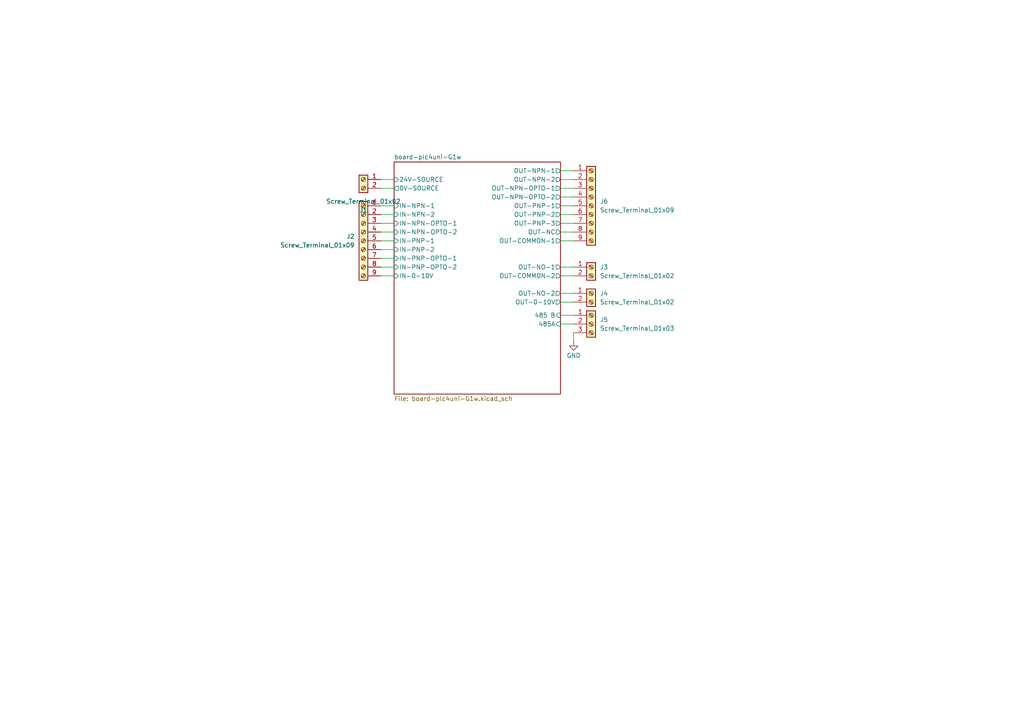
<source format=kicad_sch>
(kicad_sch
	(version 20250114)
	(generator "eeschema")
	(generator_version "9.0")
	(uuid "65c875c0-73bd-43df-b6cd-4a685398cace")
	(paper "A4")
	(lib_symbols
		(symbol "Connector:Screw_Terminal_01x02"
			(pin_names
				(offset 1.016)
				(hide yes)
			)
			(exclude_from_sim no)
			(in_bom yes)
			(on_board yes)
			(property "Reference" "J"
				(at 0 2.54 0)
				(effects
					(font
						(size 1.27 1.27)
					)
				)
			)
			(property "Value" "Screw_Terminal_01x02"
				(at 0 -5.08 0)
				(effects
					(font
						(size 1.27 1.27)
					)
				)
			)
			(property "Footprint" ""
				(at 0 0 0)
				(effects
					(font
						(size 1.27 1.27)
					)
					(hide yes)
				)
			)
			(property "Datasheet" "~"
				(at 0 0 0)
				(effects
					(font
						(size 1.27 1.27)
					)
					(hide yes)
				)
			)
			(property "Description" "Generic screw terminal, single row, 01x02, script generated (kicad-library-utils/schlib/autogen/connector/)"
				(at 0 0 0)
				(effects
					(font
						(size 1.27 1.27)
					)
					(hide yes)
				)
			)
			(property "ki_keywords" "screw terminal"
				(at 0 0 0)
				(effects
					(font
						(size 1.27 1.27)
					)
					(hide yes)
				)
			)
			(property "ki_fp_filters" "TerminalBlock*:*"
				(at 0 0 0)
				(effects
					(font
						(size 1.27 1.27)
					)
					(hide yes)
				)
			)
			(symbol "Screw_Terminal_01x02_1_1"
				(rectangle
					(start -1.27 1.27)
					(end 1.27 -3.81)
					(stroke
						(width 0.254)
						(type default)
					)
					(fill
						(type background)
					)
				)
				(polyline
					(pts
						(xy -0.5334 0.3302) (xy 0.3302 -0.508)
					)
					(stroke
						(width 0.1524)
						(type default)
					)
					(fill
						(type none)
					)
				)
				(polyline
					(pts
						(xy -0.5334 -2.2098) (xy 0.3302 -3.048)
					)
					(stroke
						(width 0.1524)
						(type default)
					)
					(fill
						(type none)
					)
				)
				(polyline
					(pts
						(xy -0.3556 0.508) (xy 0.508 -0.3302)
					)
					(stroke
						(width 0.1524)
						(type default)
					)
					(fill
						(type none)
					)
				)
				(polyline
					(pts
						(xy -0.3556 -2.032) (xy 0.508 -2.8702)
					)
					(stroke
						(width 0.1524)
						(type default)
					)
					(fill
						(type none)
					)
				)
				(circle
					(center 0 0)
					(radius 0.635)
					(stroke
						(width 0.1524)
						(type default)
					)
					(fill
						(type none)
					)
				)
				(circle
					(center 0 -2.54)
					(radius 0.635)
					(stroke
						(width 0.1524)
						(type default)
					)
					(fill
						(type none)
					)
				)
				(pin passive line
					(at -5.08 0 0)
					(length 3.81)
					(name "Pin_1"
						(effects
							(font
								(size 1.27 1.27)
							)
						)
					)
					(number "1"
						(effects
							(font
								(size 1.27 1.27)
							)
						)
					)
				)
				(pin passive line
					(at -5.08 -2.54 0)
					(length 3.81)
					(name "Pin_2"
						(effects
							(font
								(size 1.27 1.27)
							)
						)
					)
					(number "2"
						(effects
							(font
								(size 1.27 1.27)
							)
						)
					)
				)
			)
			(embedded_fonts no)
		)
		(symbol "Connector:Screw_Terminal_01x03"
			(pin_names
				(offset 1.016)
				(hide yes)
			)
			(exclude_from_sim no)
			(in_bom yes)
			(on_board yes)
			(property "Reference" "J"
				(at 0 5.08 0)
				(effects
					(font
						(size 1.27 1.27)
					)
				)
			)
			(property "Value" "Screw_Terminal_01x03"
				(at 0 -5.08 0)
				(effects
					(font
						(size 1.27 1.27)
					)
				)
			)
			(property "Footprint" ""
				(at 0 0 0)
				(effects
					(font
						(size 1.27 1.27)
					)
					(hide yes)
				)
			)
			(property "Datasheet" "~"
				(at 0 0 0)
				(effects
					(font
						(size 1.27 1.27)
					)
					(hide yes)
				)
			)
			(property "Description" "Generic screw terminal, single row, 01x03, script generated (kicad-library-utils/schlib/autogen/connector/)"
				(at 0 0 0)
				(effects
					(font
						(size 1.27 1.27)
					)
					(hide yes)
				)
			)
			(property "ki_keywords" "screw terminal"
				(at 0 0 0)
				(effects
					(font
						(size 1.27 1.27)
					)
					(hide yes)
				)
			)
			(property "ki_fp_filters" "TerminalBlock*:*"
				(at 0 0 0)
				(effects
					(font
						(size 1.27 1.27)
					)
					(hide yes)
				)
			)
			(symbol "Screw_Terminal_01x03_1_1"
				(rectangle
					(start -1.27 3.81)
					(end 1.27 -3.81)
					(stroke
						(width 0.254)
						(type default)
					)
					(fill
						(type background)
					)
				)
				(polyline
					(pts
						(xy -0.5334 2.8702) (xy 0.3302 2.032)
					)
					(stroke
						(width 0.1524)
						(type default)
					)
					(fill
						(type none)
					)
				)
				(polyline
					(pts
						(xy -0.5334 0.3302) (xy 0.3302 -0.508)
					)
					(stroke
						(width 0.1524)
						(type default)
					)
					(fill
						(type none)
					)
				)
				(polyline
					(pts
						(xy -0.5334 -2.2098) (xy 0.3302 -3.048)
					)
					(stroke
						(width 0.1524)
						(type default)
					)
					(fill
						(type none)
					)
				)
				(polyline
					(pts
						(xy -0.3556 3.048) (xy 0.508 2.2098)
					)
					(stroke
						(width 0.1524)
						(type default)
					)
					(fill
						(type none)
					)
				)
				(polyline
					(pts
						(xy -0.3556 0.508) (xy 0.508 -0.3302)
					)
					(stroke
						(width 0.1524)
						(type default)
					)
					(fill
						(type none)
					)
				)
				(polyline
					(pts
						(xy -0.3556 -2.032) (xy 0.508 -2.8702)
					)
					(stroke
						(width 0.1524)
						(type default)
					)
					(fill
						(type none)
					)
				)
				(circle
					(center 0 2.54)
					(radius 0.635)
					(stroke
						(width 0.1524)
						(type default)
					)
					(fill
						(type none)
					)
				)
				(circle
					(center 0 0)
					(radius 0.635)
					(stroke
						(width 0.1524)
						(type default)
					)
					(fill
						(type none)
					)
				)
				(circle
					(center 0 -2.54)
					(radius 0.635)
					(stroke
						(width 0.1524)
						(type default)
					)
					(fill
						(type none)
					)
				)
				(pin passive line
					(at -5.08 2.54 0)
					(length 3.81)
					(name "Pin_1"
						(effects
							(font
								(size 1.27 1.27)
							)
						)
					)
					(number "1"
						(effects
							(font
								(size 1.27 1.27)
							)
						)
					)
				)
				(pin passive line
					(at -5.08 0 0)
					(length 3.81)
					(name "Pin_2"
						(effects
							(font
								(size 1.27 1.27)
							)
						)
					)
					(number "2"
						(effects
							(font
								(size 1.27 1.27)
							)
						)
					)
				)
				(pin passive line
					(at -5.08 -2.54 0)
					(length 3.81)
					(name "Pin_3"
						(effects
							(font
								(size 1.27 1.27)
							)
						)
					)
					(number "3"
						(effects
							(font
								(size 1.27 1.27)
							)
						)
					)
				)
			)
			(embedded_fonts no)
		)
		(symbol "Connector:Screw_Terminal_01x09"
			(pin_names
				(offset 1.016)
				(hide yes)
			)
			(exclude_from_sim no)
			(in_bom yes)
			(on_board yes)
			(property "Reference" "J"
				(at 0 12.7 0)
				(effects
					(font
						(size 1.27 1.27)
					)
				)
			)
			(property "Value" "Screw_Terminal_01x09"
				(at 0 -12.7 0)
				(effects
					(font
						(size 1.27 1.27)
					)
				)
			)
			(property "Footprint" ""
				(at 0 0 0)
				(effects
					(font
						(size 1.27 1.27)
					)
					(hide yes)
				)
			)
			(property "Datasheet" "~"
				(at 0 0 0)
				(effects
					(font
						(size 1.27 1.27)
					)
					(hide yes)
				)
			)
			(property "Description" "Generic screw terminal, single row, 01x09, script generated (kicad-library-utils/schlib/autogen/connector/)"
				(at 0 0 0)
				(effects
					(font
						(size 1.27 1.27)
					)
					(hide yes)
				)
			)
			(property "ki_keywords" "screw terminal"
				(at 0 0 0)
				(effects
					(font
						(size 1.27 1.27)
					)
					(hide yes)
				)
			)
			(property "ki_fp_filters" "TerminalBlock*:*"
				(at 0 0 0)
				(effects
					(font
						(size 1.27 1.27)
					)
					(hide yes)
				)
			)
			(symbol "Screw_Terminal_01x09_1_1"
				(rectangle
					(start -1.27 11.43)
					(end 1.27 -11.43)
					(stroke
						(width 0.254)
						(type default)
					)
					(fill
						(type background)
					)
				)
				(polyline
					(pts
						(xy -0.5334 10.4902) (xy 0.3302 9.652)
					)
					(stroke
						(width 0.1524)
						(type default)
					)
					(fill
						(type none)
					)
				)
				(polyline
					(pts
						(xy -0.5334 7.9502) (xy 0.3302 7.112)
					)
					(stroke
						(width 0.1524)
						(type default)
					)
					(fill
						(type none)
					)
				)
				(polyline
					(pts
						(xy -0.5334 5.4102) (xy 0.3302 4.572)
					)
					(stroke
						(width 0.1524)
						(type default)
					)
					(fill
						(type none)
					)
				)
				(polyline
					(pts
						(xy -0.5334 2.8702) (xy 0.3302 2.032)
					)
					(stroke
						(width 0.1524)
						(type default)
					)
					(fill
						(type none)
					)
				)
				(polyline
					(pts
						(xy -0.5334 0.3302) (xy 0.3302 -0.508)
					)
					(stroke
						(width 0.1524)
						(type default)
					)
					(fill
						(type none)
					)
				)
				(polyline
					(pts
						(xy -0.5334 -2.2098) (xy 0.3302 -3.048)
					)
					(stroke
						(width 0.1524)
						(type default)
					)
					(fill
						(type none)
					)
				)
				(polyline
					(pts
						(xy -0.5334 -4.7498) (xy 0.3302 -5.588)
					)
					(stroke
						(width 0.1524)
						(type default)
					)
					(fill
						(type none)
					)
				)
				(polyline
					(pts
						(xy -0.5334 -7.2898) (xy 0.3302 -8.128)
					)
					(stroke
						(width 0.1524)
						(type default)
					)
					(fill
						(type none)
					)
				)
				(polyline
					(pts
						(xy -0.5334 -9.8298) (xy 0.3302 -10.668)
					)
					(stroke
						(width 0.1524)
						(type default)
					)
					(fill
						(type none)
					)
				)
				(polyline
					(pts
						(xy -0.3556 10.668) (xy 0.508 9.8298)
					)
					(stroke
						(width 0.1524)
						(type default)
					)
					(fill
						(type none)
					)
				)
				(polyline
					(pts
						(xy -0.3556 8.128) (xy 0.508 7.2898)
					)
					(stroke
						(width 0.1524)
						(type default)
					)
					(fill
						(type none)
					)
				)
				(polyline
					(pts
						(xy -0.3556 5.588) (xy 0.508 4.7498)
					)
					(stroke
						(width 0.1524)
						(type default)
					)
					(fill
						(type none)
					)
				)
				(polyline
					(pts
						(xy -0.3556 3.048) (xy 0.508 2.2098)
					)
					(stroke
						(width 0.1524)
						(type default)
					)
					(fill
						(type none)
					)
				)
				(polyline
					(pts
						(xy -0.3556 0.508) (xy 0.508 -0.3302)
					)
					(stroke
						(width 0.1524)
						(type default)
					)
					(fill
						(type none)
					)
				)
				(polyline
					(pts
						(xy -0.3556 -2.032) (xy 0.508 -2.8702)
					)
					(stroke
						(width 0.1524)
						(type default)
					)
					(fill
						(type none)
					)
				)
				(polyline
					(pts
						(xy -0.3556 -4.572) (xy 0.508 -5.4102)
					)
					(stroke
						(width 0.1524)
						(type default)
					)
					(fill
						(type none)
					)
				)
				(polyline
					(pts
						(xy -0.3556 -7.112) (xy 0.508 -7.9502)
					)
					(stroke
						(width 0.1524)
						(type default)
					)
					(fill
						(type none)
					)
				)
				(polyline
					(pts
						(xy -0.3556 -9.652) (xy 0.508 -10.4902)
					)
					(stroke
						(width 0.1524)
						(type default)
					)
					(fill
						(type none)
					)
				)
				(circle
					(center 0 10.16)
					(radius 0.635)
					(stroke
						(width 0.1524)
						(type default)
					)
					(fill
						(type none)
					)
				)
				(circle
					(center 0 7.62)
					(radius 0.635)
					(stroke
						(width 0.1524)
						(type default)
					)
					(fill
						(type none)
					)
				)
				(circle
					(center 0 5.08)
					(radius 0.635)
					(stroke
						(width 0.1524)
						(type default)
					)
					(fill
						(type none)
					)
				)
				(circle
					(center 0 2.54)
					(radius 0.635)
					(stroke
						(width 0.1524)
						(type default)
					)
					(fill
						(type none)
					)
				)
				(circle
					(center 0 0)
					(radius 0.635)
					(stroke
						(width 0.1524)
						(type default)
					)
					(fill
						(type none)
					)
				)
				(circle
					(center 0 -2.54)
					(radius 0.635)
					(stroke
						(width 0.1524)
						(type default)
					)
					(fill
						(type none)
					)
				)
				(circle
					(center 0 -5.08)
					(radius 0.635)
					(stroke
						(width 0.1524)
						(type default)
					)
					(fill
						(type none)
					)
				)
				(circle
					(center 0 -7.62)
					(radius 0.635)
					(stroke
						(width 0.1524)
						(type default)
					)
					(fill
						(type none)
					)
				)
				(circle
					(center 0 -10.16)
					(radius 0.635)
					(stroke
						(width 0.1524)
						(type default)
					)
					(fill
						(type none)
					)
				)
				(pin passive line
					(at -5.08 10.16 0)
					(length 3.81)
					(name "Pin_1"
						(effects
							(font
								(size 1.27 1.27)
							)
						)
					)
					(number "1"
						(effects
							(font
								(size 1.27 1.27)
							)
						)
					)
				)
				(pin passive line
					(at -5.08 7.62 0)
					(length 3.81)
					(name "Pin_2"
						(effects
							(font
								(size 1.27 1.27)
							)
						)
					)
					(number "2"
						(effects
							(font
								(size 1.27 1.27)
							)
						)
					)
				)
				(pin passive line
					(at -5.08 5.08 0)
					(length 3.81)
					(name "Pin_3"
						(effects
							(font
								(size 1.27 1.27)
							)
						)
					)
					(number "3"
						(effects
							(font
								(size 1.27 1.27)
							)
						)
					)
				)
				(pin passive line
					(at -5.08 2.54 0)
					(length 3.81)
					(name "Pin_4"
						(effects
							(font
								(size 1.27 1.27)
							)
						)
					)
					(number "4"
						(effects
							(font
								(size 1.27 1.27)
							)
						)
					)
				)
				(pin passive line
					(at -5.08 0 0)
					(length 3.81)
					(name "Pin_5"
						(effects
							(font
								(size 1.27 1.27)
							)
						)
					)
					(number "5"
						(effects
							(font
								(size 1.27 1.27)
							)
						)
					)
				)
				(pin passive line
					(at -5.08 -2.54 0)
					(length 3.81)
					(name "Pin_6"
						(effects
							(font
								(size 1.27 1.27)
							)
						)
					)
					(number "6"
						(effects
							(font
								(size 1.27 1.27)
							)
						)
					)
				)
				(pin passive line
					(at -5.08 -5.08 0)
					(length 3.81)
					(name "Pin_7"
						(effects
							(font
								(size 1.27 1.27)
							)
						)
					)
					(number "7"
						(effects
							(font
								(size 1.27 1.27)
							)
						)
					)
				)
				(pin passive line
					(at -5.08 -7.62 0)
					(length 3.81)
					(name "Pin_8"
						(effects
							(font
								(size 1.27 1.27)
							)
						)
					)
					(number "8"
						(effects
							(font
								(size 1.27 1.27)
							)
						)
					)
				)
				(pin passive line
					(at -5.08 -10.16 0)
					(length 3.81)
					(name "Pin_9"
						(effects
							(font
								(size 1.27 1.27)
							)
						)
					)
					(number "9"
						(effects
							(font
								(size 1.27 1.27)
							)
						)
					)
				)
			)
			(embedded_fonts no)
		)
		(symbol "power:GND"
			(power)
			(pin_numbers
				(hide yes)
			)
			(pin_names
				(offset 0)
				(hide yes)
			)
			(exclude_from_sim no)
			(in_bom yes)
			(on_board yes)
			(property "Reference" "#PWR"
				(at 0 -6.35 0)
				(effects
					(font
						(size 1.27 1.27)
					)
					(hide yes)
				)
			)
			(property "Value" "GND"
				(at 0 -3.81 0)
				(effects
					(font
						(size 1.27 1.27)
					)
				)
			)
			(property "Footprint" ""
				(at 0 0 0)
				(effects
					(font
						(size 1.27 1.27)
					)
					(hide yes)
				)
			)
			(property "Datasheet" ""
				(at 0 0 0)
				(effects
					(font
						(size 1.27 1.27)
					)
					(hide yes)
				)
			)
			(property "Description" "Power symbol creates a global label with name \"GND\" , ground"
				(at 0 0 0)
				(effects
					(font
						(size 1.27 1.27)
					)
					(hide yes)
				)
			)
			(property "ki_keywords" "global power"
				(at 0 0 0)
				(effects
					(font
						(size 1.27 1.27)
					)
					(hide yes)
				)
			)
			(symbol "GND_0_1"
				(polyline
					(pts
						(xy 0 0) (xy 0 -1.27) (xy 1.27 -1.27) (xy 0 -2.54) (xy -1.27 -1.27) (xy 0 -1.27)
					)
					(stroke
						(width 0)
						(type default)
					)
					(fill
						(type none)
					)
				)
			)
			(symbol "GND_1_1"
				(pin power_in line
					(at 0 0 270)
					(length 0)
					(name "~"
						(effects
							(font
								(size 1.27 1.27)
							)
						)
					)
					(number "1"
						(effects
							(font
								(size 1.27 1.27)
							)
						)
					)
				)
			)
			(embedded_fonts no)
		)
	)
	(wire
		(pts
			(xy 162.56 64.77) (xy 166.37 64.77)
		)
		(stroke
			(width 0)
			(type default)
		)
		(uuid "07a68472-0fad-4044-82ea-0871f2852ea2")
	)
	(wire
		(pts
			(xy 110.49 80.01) (xy 114.3 80.01)
		)
		(stroke
			(width 0)
			(type default)
		)
		(uuid "19524fc5-d565-4bc4-9ab5-b77b5c6cb660")
	)
	(wire
		(pts
			(xy 162.56 69.85) (xy 166.37 69.85)
		)
		(stroke
			(width 0)
			(type default)
		)
		(uuid "1f335ec1-6e6b-4ad9-a67c-98e1e8f31eb8")
	)
	(wire
		(pts
			(xy 162.56 87.63) (xy 166.37 87.63)
		)
		(stroke
			(width 0)
			(type default)
		)
		(uuid "33e3f303-d6d0-47e5-8fe4-3bc68d2f4ee4")
	)
	(wire
		(pts
			(xy 110.49 52.07) (xy 114.3 52.07)
		)
		(stroke
			(width 0)
			(type default)
		)
		(uuid "3b4ede7d-5447-4a88-9466-961cf8791fee")
	)
	(wire
		(pts
			(xy 162.56 67.31) (xy 166.37 67.31)
		)
		(stroke
			(width 0)
			(type default)
		)
		(uuid "40f22615-17c3-4c35-aff6-8e16a9438d76")
	)
	(wire
		(pts
			(xy 162.56 77.47) (xy 166.37 77.47)
		)
		(stroke
			(width 0)
			(type default)
		)
		(uuid "47ac7e3f-886f-40a0-94e2-0434336e4257")
	)
	(wire
		(pts
			(xy 110.49 72.39) (xy 114.3 72.39)
		)
		(stroke
			(width 0)
			(type default)
		)
		(uuid "4e7a1f8c-cf35-4cf8-9bea-cbba8cd7d98e")
	)
	(wire
		(pts
			(xy 110.49 54.61) (xy 114.3 54.61)
		)
		(stroke
			(width 0)
			(type default)
		)
		(uuid "519948d0-a2a5-4e20-8d2b-2c3ee310bd26")
	)
	(wire
		(pts
			(xy 162.56 62.23) (xy 166.37 62.23)
		)
		(stroke
			(width 0)
			(type default)
		)
		(uuid "52feed46-bdd2-478e-aaf0-c7e876417b4a")
	)
	(wire
		(pts
			(xy 162.56 59.69) (xy 166.37 59.69)
		)
		(stroke
			(width 0)
			(type default)
		)
		(uuid "6efe2a28-6037-47d9-a941-69bb9ddb2682")
	)
	(wire
		(pts
			(xy 162.56 57.15) (xy 166.37 57.15)
		)
		(stroke
			(width 0)
			(type default)
		)
		(uuid "707c8e83-3c0d-4626-a025-e079d3abc604")
	)
	(wire
		(pts
			(xy 162.56 52.07) (xy 166.37 52.07)
		)
		(stroke
			(width 0)
			(type default)
		)
		(uuid "76cc2925-d8f6-40a1-aebb-31ac5a44d47a")
	)
	(wire
		(pts
			(xy 110.49 64.77) (xy 114.3 64.77)
		)
		(stroke
			(width 0)
			(type default)
		)
		(uuid "7e1aed39-1091-4bca-957f-a6c9897f479d")
	)
	(wire
		(pts
			(xy 162.56 85.09) (xy 166.37 85.09)
		)
		(stroke
			(width 0)
			(type default)
		)
		(uuid "9fba6e60-0895-4449-befa-85d2d4daab79")
	)
	(wire
		(pts
			(xy 162.56 93.98) (xy 166.37 93.98)
		)
		(stroke
			(width 0)
			(type default)
		)
		(uuid "affdb0a5-c437-4c1b-bc43-07fb2f7198d2")
	)
	(wire
		(pts
			(xy 110.49 74.93) (xy 114.3 74.93)
		)
		(stroke
			(width 0)
			(type default)
		)
		(uuid "b0b8bf3a-14ff-441e-95be-56b90e66d10d")
	)
	(wire
		(pts
			(xy 110.49 67.31) (xy 114.3 67.31)
		)
		(stroke
			(width 0)
			(type default)
		)
		(uuid "b9f95908-1d64-45ca-b860-a8566d4eae6e")
	)
	(wire
		(pts
			(xy 162.56 54.61) (xy 166.37 54.61)
		)
		(stroke
			(width 0)
			(type default)
		)
		(uuid "bb1d9138-2372-4578-9524-8aea19dc0974")
	)
	(wire
		(pts
			(xy 110.49 59.69) (xy 114.3 59.69)
		)
		(stroke
			(width 0)
			(type default)
		)
		(uuid "cb95dc22-880d-43e0-9a10-8c6661d6c0be")
	)
	(wire
		(pts
			(xy 162.56 49.53) (xy 166.37 49.53)
		)
		(stroke
			(width 0)
			(type default)
		)
		(uuid "de608885-e632-4fba-8e04-1c026d9efa97")
	)
	(wire
		(pts
			(xy 110.49 69.85) (xy 114.3 69.85)
		)
		(stroke
			(width 0)
			(type default)
		)
		(uuid "e147b2ca-6ded-4689-9f15-9b8b5527c29f")
	)
	(wire
		(pts
			(xy 162.56 91.44) (xy 166.37 91.44)
		)
		(stroke
			(width 0)
			(type default)
		)
		(uuid "e3d7cd7a-d73a-420a-9c3f-fb2ddd26c6c4")
	)
	(wire
		(pts
			(xy 162.56 80.01) (xy 166.37 80.01)
		)
		(stroke
			(width 0)
			(type default)
		)
		(uuid "e83fefa9-50ee-4d95-a068-e5fecc08111b")
	)
	(wire
		(pts
			(xy 110.49 62.23) (xy 114.3 62.23)
		)
		(stroke
			(width 0)
			(type default)
		)
		(uuid "f2f5b75b-2cfd-4a08-bb1a-8ac9817016df")
	)
	(wire
		(pts
			(xy 166.37 96.52) (xy 166.37 99.06)
		)
		(stroke
			(width 0)
			(type default)
		)
		(uuid "f6ba72d5-d0e6-40cf-8ad3-2bdceb3d6951")
	)
	(wire
		(pts
			(xy 110.49 77.47) (xy 114.3 77.47)
		)
		(stroke
			(width 0)
			(type default)
		)
		(uuid "f766f2a3-b5c2-46df-9bf3-712c85f5ce21")
	)
	(symbol
		(lib_id "Connector:Screw_Terminal_01x02")
		(at 171.45 85.09 0)
		(unit 1)
		(exclude_from_sim no)
		(in_bom yes)
		(on_board yes)
		(dnp no)
		(fields_autoplaced yes)
		(uuid "11319824-49f2-44f1-bed4-c62d4fcd2b5b")
		(property "Reference" "J4"
			(at 173.99 85.0899 0)
			(effects
				(font
					(size 1.27 1.27)
				)
				(justify left)
			)
		)
		(property "Value" "Screw_Terminal_01x02"
			(at 173.99 87.6299 0)
			(effects
				(font
					(size 1.27 1.27)
				)
				(justify left)
			)
		)
		(property "Footprint" "TerminalBlock_Phoenix:TerminalBlock_Phoenix_PT-1,5-2-5.0-H_1x02_P5.00mm_Horizontal"
			(at 171.45 85.09 0)
			(effects
				(font
					(size 1.27 1.27)
				)
				(hide yes)
			)
		)
		(property "Datasheet" "~"
			(at 171.45 85.09 0)
			(effects
				(font
					(size 1.27 1.27)
				)
				(hide yes)
			)
		)
		(property "Description" "Generic screw terminal, single row, 01x02, script generated (kicad-library-utils/schlib/autogen/connector/)"
			(at 171.45 85.09 0)
			(effects
				(font
					(size 1.27 1.27)
				)
				(hide yes)
			)
		)
		(pin "1"
			(uuid "dc06f31e-a5ac-4df6-b5fe-255488bde52d")
		)
		(pin "2"
			(uuid "036a13a2-e840-4077-850a-b7a1850dda96")
		)
		(instances
			(project ""
				(path "/65c875c0-73bd-43df-b6cd-4a685398cace"
					(reference "J4")
					(unit 1)
				)
			)
		)
	)
	(symbol
		(lib_id "Connector:Screw_Terminal_01x09")
		(at 105.41 69.85 0)
		(mirror y)
		(unit 1)
		(exclude_from_sim no)
		(in_bom yes)
		(on_board yes)
		(dnp no)
		(fields_autoplaced yes)
		(uuid "86d91a2f-c59b-43fd-b38a-92a37c89a49f")
		(property "Reference" "J2"
			(at 102.87 68.5799 0)
			(effects
				(font
					(size 1.27 1.27)
				)
				(justify left)
			)
		)
		(property "Value" "Screw_Terminal_01x09"
			(at 102.87 71.1199 0)
			(effects
				(font
					(size 1.27 1.27)
				)
				(justify left)
			)
		)
		(property "Footprint" "TerminalBlock_Phoenix:TerminalBlock_Phoenix_PT-1,5-9-5.0-H_1x09_P5.00mm_Horizontal"
			(at 105.41 69.85 0)
			(effects
				(font
					(size 1.27 1.27)
				)
				(hide yes)
			)
		)
		(property "Datasheet" "~"
			(at 105.41 69.85 0)
			(effects
				(font
					(size 1.27 1.27)
				)
				(hide yes)
			)
		)
		(property "Description" "Generic screw terminal, single row, 01x09, script generated (kicad-library-utils/schlib/autogen/connector/)"
			(at 105.41 69.85 0)
			(effects
				(font
					(size 1.27 1.27)
				)
				(hide yes)
			)
		)
		(pin "6"
			(uuid "42b6a1fb-056c-429c-ac9a-e846b3e1e520")
		)
		(pin "2"
			(uuid "625b52ef-322a-467f-b31d-20f0c1ce02ea")
		)
		(pin "1"
			(uuid "b5dd8036-04f5-40ae-8abf-effc4a66c5fd")
		)
		(pin "3"
			(uuid "e6be7f43-334e-449a-afce-c992fe8bebee")
		)
		(pin "5"
			(uuid "76355008-4b2a-484e-aed9-4a667a11172f")
		)
		(pin "4"
			(uuid "e8251dbf-c6c2-4d6d-aa77-93ef5b99bf22")
		)
		(pin "8"
			(uuid "78acfc5c-9acd-46db-bd8f-0b5ba65bd5b3")
		)
		(pin "9"
			(uuid "f7989b60-e76e-4ccd-85c4-33e569de4f2e")
		)
		(pin "7"
			(uuid "fd5a4426-a294-48b0-ad7f-b527c1892f18")
		)
		(instances
			(project ""
				(path "/65c875c0-73bd-43df-b6cd-4a685398cace"
					(reference "J2")
					(unit 1)
				)
			)
		)
	)
	(symbol
		(lib_id "Connector:Screw_Terminal_01x09")
		(at 171.45 59.69 0)
		(unit 1)
		(exclude_from_sim no)
		(in_bom yes)
		(on_board yes)
		(dnp no)
		(fields_autoplaced yes)
		(uuid "9b7da910-b83e-46f7-89f2-72f5db436b31")
		(property "Reference" "J6"
			(at 173.99 58.4199 0)
			(effects
				(font
					(size 1.27 1.27)
				)
				(justify left)
			)
		)
		(property "Value" "Screw_Terminal_01x09"
			(at 173.99 60.9599 0)
			(effects
				(font
					(size 1.27 1.27)
				)
				(justify left)
			)
		)
		(property "Footprint" "TerminalBlock_Phoenix:TerminalBlock_Phoenix_PT-1,5-9-5.0-H_1x09_P5.00mm_Horizontal"
			(at 171.45 59.69 0)
			(effects
				(font
					(size 1.27 1.27)
				)
				(hide yes)
			)
		)
		(property "Datasheet" "~"
			(at 171.45 59.69 0)
			(effects
				(font
					(size 1.27 1.27)
				)
				(hide yes)
			)
		)
		(property "Description" "Generic screw terminal, single row, 01x09, script generated (kicad-library-utils/schlib/autogen/connector/)"
			(at 171.45 59.69 0)
			(effects
				(font
					(size 1.27 1.27)
				)
				(hide yes)
			)
		)
		(pin "7"
			(uuid "ea68e1db-6ed9-464c-bfe6-085359c73ddc")
		)
		(pin "3"
			(uuid "d0861fae-7abe-4327-b2f2-8d1084b4c4b8")
		)
		(pin "1"
			(uuid "3d89efe0-e430-42d4-8f64-03acf71e1d3e")
		)
		(pin "5"
			(uuid "afbe4d04-2dd9-434a-83d6-377f2cdd4b4c")
		)
		(pin "6"
			(uuid "f1dd55be-9fc8-488f-baef-2b9aad2657cd")
		)
		(pin "2"
			(uuid "5c44f9b3-0a66-409a-8568-7f6605631e78")
		)
		(pin "8"
			(uuid "1d52b6f2-3e84-4aca-8d67-e719922cbf15")
		)
		(pin "4"
			(uuid "dd9c9606-48bb-4c22-875b-65f1c536c1b7")
		)
		(pin "9"
			(uuid "432e819c-6a57-4f44-9a5e-90002e094b58")
		)
		(instances
			(project ""
				(path "/65c875c0-73bd-43df-b6cd-4a685398cace"
					(reference "J6")
					(unit 1)
				)
			)
		)
	)
	(symbol
		(lib_id "Connector:Screw_Terminal_01x02")
		(at 105.41 52.07 0)
		(mirror y)
		(unit 1)
		(exclude_from_sim no)
		(in_bom yes)
		(on_board yes)
		(dnp no)
		(fields_autoplaced yes)
		(uuid "ab3c68b7-5bf5-4a06-b1e4-96130bee9175")
		(property "Reference" "J1"
			(at 105.41 60.96 0)
			(effects
				(font
					(size 1.27 1.27)
				)
			)
		)
		(property "Value" "Screw_Terminal_01x02"
			(at 105.41 58.42 0)
			(effects
				(font
					(size 1.27 1.27)
				)
			)
		)
		(property "Footprint" "TerminalBlock_Phoenix:TerminalBlock_Phoenix_PT-1,5-2-5.0-H_1x02_P5.00mm_Horizontal"
			(at 105.41 52.07 0)
			(effects
				(font
					(size 1.27 1.27)
				)
				(hide yes)
			)
		)
		(property "Datasheet" "~"
			(at 105.41 52.07 0)
			(effects
				(font
					(size 1.27 1.27)
				)
				(hide yes)
			)
		)
		(property "Description" "Generic screw terminal, single row, 01x02, script generated (kicad-library-utils/schlib/autogen/connector/)"
			(at 105.41 52.07 0)
			(effects
				(font
					(size 1.27 1.27)
				)
				(hide yes)
			)
		)
		(pin "1"
			(uuid "8ae8246a-261d-4a95-adbb-1d9ddfd36340")
		)
		(pin "2"
			(uuid "19b8b61f-fe2c-4726-9505-af3fa73b9a93")
		)
		(instances
			(project ""
				(path "/65c875c0-73bd-43df-b6cd-4a685398cace"
					(reference "J1")
					(unit 1)
				)
			)
		)
	)
	(symbol
		(lib_id "Connector:Screw_Terminal_01x03")
		(at 171.45 93.98 0)
		(unit 1)
		(exclude_from_sim no)
		(in_bom yes)
		(on_board yes)
		(dnp no)
		(fields_autoplaced yes)
		(uuid "cf61d61f-9d4a-4bf9-b681-b4ae808b6ae4")
		(property "Reference" "J5"
			(at 173.99 92.7099 0)
			(effects
				(font
					(size 1.27 1.27)
				)
				(justify left)
			)
		)
		(property "Value" "Screw_Terminal_01x03"
			(at 173.99 95.2499 0)
			(effects
				(font
					(size 1.27 1.27)
				)
				(justify left)
			)
		)
		(property "Footprint" "TerminalBlock_Phoenix:TerminalBlock_Phoenix_PT-1,5-3-5.0-H_1x03_P5.00mm_Horizontal"
			(at 171.45 93.98 0)
			(effects
				(font
					(size 1.27 1.27)
				)
				(hide yes)
			)
		)
		(property "Datasheet" "~"
			(at 171.45 93.98 0)
			(effects
				(font
					(size 1.27 1.27)
				)
				(hide yes)
			)
		)
		(property "Description" "Generic screw terminal, single row, 01x03, script generated (kicad-library-utils/schlib/autogen/connector/)"
			(at 171.45 93.98 0)
			(effects
				(font
					(size 1.27 1.27)
				)
				(hide yes)
			)
		)
		(pin "2"
			(uuid "5f27603f-0ba0-4b9c-b392-584980e6524c")
		)
		(pin "3"
			(uuid "50c7c3ed-cf9d-4dd4-a2e7-7f9963c2c185")
		)
		(pin "1"
			(uuid "7dcc2784-1835-4ffc-80db-bdbd8cf00687")
		)
		(instances
			(project ""
				(path "/65c875c0-73bd-43df-b6cd-4a685398cace"
					(reference "J5")
					(unit 1)
				)
			)
		)
	)
	(symbol
		(lib_id "Connector:Screw_Terminal_01x02")
		(at 171.45 77.47 0)
		(unit 1)
		(exclude_from_sim no)
		(in_bom yes)
		(on_board yes)
		(dnp no)
		(fields_autoplaced yes)
		(uuid "d6e4ad04-14d1-43f6-8219-ab23b8c09609")
		(property "Reference" "J3"
			(at 173.99 77.4699 0)
			(effects
				(font
					(size 1.27 1.27)
				)
				(justify left)
			)
		)
		(property "Value" "Screw_Terminal_01x02"
			(at 173.99 80.0099 0)
			(effects
				(font
					(size 1.27 1.27)
				)
				(justify left)
			)
		)
		(property "Footprint" "TerminalBlock_Phoenix:TerminalBlock_Phoenix_PT-1,5-2-5.0-H_1x02_P5.00mm_Horizontal"
			(at 171.45 77.47 0)
			(effects
				(font
					(size 1.27 1.27)
				)
				(hide yes)
			)
		)
		(property "Datasheet" "~"
			(at 171.45 77.47 0)
			(effects
				(font
					(size 1.27 1.27)
				)
				(hide yes)
			)
		)
		(property "Description" "Generic screw terminal, single row, 01x02, script generated (kicad-library-utils/schlib/autogen/connector/)"
			(at 171.45 77.47 0)
			(effects
				(font
					(size 1.27 1.27)
				)
				(hide yes)
			)
		)
		(pin "2"
			(uuid "d043f68f-723e-45ab-8cdc-51a8f897d166")
		)
		(pin "1"
			(uuid "2059bcb6-975d-491e-9e62-5087e17d1198")
		)
		(instances
			(project ""
				(path "/65c875c0-73bd-43df-b6cd-4a685398cace"
					(reference "J3")
					(unit 1)
				)
			)
		)
	)
	(symbol
		(lib_id "power:GND")
		(at 166.37 99.06 0)
		(unit 1)
		(exclude_from_sim no)
		(in_bom yes)
		(on_board yes)
		(dnp no)
		(uuid "ff172ed7-71b9-4452-ac96-f5b4c4aab4c9")
		(property "Reference" "#PWR058"
			(at 166.37 105.41 0)
			(effects
				(font
					(size 1.27 1.27)
				)
				(hide yes)
			)
		)
		(property "Value" "GND"
			(at 166.37 103.124 0)
			(effects
				(font
					(size 1.27 1.27)
				)
			)
		)
		(property "Footprint" ""
			(at 166.37 99.06 0)
			(effects
				(font
					(size 1.27 1.27)
				)
				(hide yes)
			)
		)
		(property "Datasheet" ""
			(at 166.37 99.06 0)
			(effects
				(font
					(size 1.27 1.27)
				)
				(hide yes)
			)
		)
		(property "Description" "Power symbol creates a global label with name \"GND\" , ground"
			(at 166.37 99.06 0)
			(effects
				(font
					(size 1.27 1.27)
				)
				(hide yes)
			)
		)
		(pin "1"
			(uuid "0a3514d4-d361-4589-9f1d-9b24e446b67d")
		)
		(instances
			(project "PLC4UNIROBERT1"
				(path "/65c875c0-73bd-43df-b6cd-4a685398cace"
					(reference "#PWR058")
					(unit 1)
				)
			)
		)
	)
	(sheet
		(at 114.3 46.99)
		(size 48.26 67.31)
		(exclude_from_sim no)
		(in_bom yes)
		(on_board yes)
		(dnp no)
		(fields_autoplaced yes)
		(stroke
			(width 0.1524)
			(type solid)
		)
		(fill
			(color 0 0 0 0.0000)
		)
		(uuid "3b453a73-5bb7-4645-a7e8-6e186968fa05")
		(property "Sheetname" "board-plc4uni-G1w"
			(at 114.3 46.2784 0)
			(effects
				(font
					(size 1.27 1.27)
				)
				(justify left bottom)
			)
		)
		(property "Sheetfile" "board-plc4uni-G1w.kicad_sch"
			(at 114.3 114.8846 0)
			(effects
				(font
					(size 1.27 1.27)
				)
				(justify left top)
			)
		)
		(pin "IN-NPN-1" input
			(at 114.3 59.69 180)
			(uuid "8332c738-fa0c-484b-a158-db1ace8d16ee")
			(effects
				(font
					(size 1.27 1.27)
				)
				(justify left)
			)
		)
		(pin "IN-NPN-2" input
			(at 114.3 62.23 180)
			(uuid "d008df39-a8f4-42a1-a879-2d492f50f0a8")
			(effects
				(font
					(size 1.27 1.27)
				)
				(justify left)
			)
		)
		(pin "IN-NPN-OPTO-1" input
			(at 114.3 64.77 180)
			(uuid "339aeb7c-4a64-4335-9b9d-0085a6e98ea6")
			(effects
				(font
					(size 1.27 1.27)
				)
				(justify left)
			)
		)
		(pin "IN-NPN-OPTO-2" input
			(at 114.3 67.31 180)
			(uuid "08cf8c76-823b-43f6-a724-43c66966a535")
			(effects
				(font
					(size 1.27 1.27)
				)
				(justify left)
			)
		)
		(pin "IN-PNP-1" input
			(at 114.3 69.85 180)
			(uuid "f1cf0ffd-e45d-4c20-b6b2-ad9ae0a0a6ff")
			(effects
				(font
					(size 1.27 1.27)
				)
				(justify left)
			)
		)
		(pin "IN-PNP-2" input
			(at 114.3 72.39 180)
			(uuid "8617585a-a3f7-4388-b94c-fd84d7399dd8")
			(effects
				(font
					(size 1.27 1.27)
				)
				(justify left)
			)
		)
		(pin "IN-PNP-OPTO-1" input
			(at 114.3 74.93 180)
			(uuid "55a13e53-2500-4c51-9be9-7708b7da0dcc")
			(effects
				(font
					(size 1.27 1.27)
				)
				(justify left)
			)
		)
		(pin "IN-PNP-OPTO-2" input
			(at 114.3 77.47 180)
			(uuid "af7a7ee1-a164-436d-8235-30de9a08e3ca")
			(effects
				(font
					(size 1.27 1.27)
				)
				(justify left)
			)
		)
		(pin "OUT-NPN-1" output
			(at 162.56 49.53 0)
			(uuid "8f22623a-da8d-42f1-94d6-1ebcc3085ac2")
			(effects
				(font
					(size 1.27 1.27)
				)
				(justify right)
			)
		)
		(pin "OUT-NPN-2" output
			(at 162.56 52.07 0)
			(uuid "519c204d-8f6d-4129-95a9-d51894d89052")
			(effects
				(font
					(size 1.27 1.27)
				)
				(justify right)
			)
		)
		(pin "OUT-NPN-OPTO-1" output
			(at 162.56 54.61 0)
			(uuid "18fa5188-38fc-48d1-bc0d-43b6056282aa")
			(effects
				(font
					(size 1.27 1.27)
				)
				(justify right)
			)
		)
		(pin "OUT-NPN-OPTO-2" output
			(at 162.56 57.15 0)
			(uuid "f63ff90e-a5bf-4317-9fbf-cafdced69cd2")
			(effects
				(font
					(size 1.27 1.27)
				)
				(justify right)
			)
		)
		(pin "OUT-PNP-1" output
			(at 162.56 59.69 0)
			(uuid "c11d9580-8dba-4e0d-8f27-f2fcbbd19cc1")
			(effects
				(font
					(size 1.27 1.27)
				)
				(justify right)
			)
		)
		(pin "OUT-PNP-2" output
			(at 162.56 62.23 0)
			(uuid "99fb4286-6a6b-4e7b-a86a-7fa2a52618d7")
			(effects
				(font
					(size 1.27 1.27)
				)
				(justify right)
			)
		)
		(pin "OUT-PNP-3" output
			(at 162.56 64.77 0)
			(uuid "7b0fc65f-a8af-4de3-b988-31015115ca4e")
			(effects
				(font
					(size 1.27 1.27)
				)
				(justify right)
			)
		)
		(pin "0V-SOURCE" output
			(at 114.3 54.61 180)
			(uuid "b8ad12f5-04aa-478b-aed6-6cd63b91493b")
			(effects
				(font
					(size 1.27 1.27)
				)
				(justify left)
			)
		)
		(pin "24V-SOURCE" input
			(at 114.3 52.07 180)
			(uuid "8954c570-a6a7-4198-8ea3-4e3a30790e6c")
			(effects
				(font
					(size 1.27 1.27)
				)
				(justify left)
			)
		)
		(pin "OUT-COMMON-1" output
			(at 162.56 69.85 0)
			(uuid "8d1f3fbb-ec0d-4e98-b93d-62b6080167f1")
			(effects
				(font
					(size 1.27 1.27)
				)
				(justify right)
			)
		)
		(pin "OUT-COMMON-2" output
			(at 162.56 80.01 0)
			(uuid "01dde9e3-0927-41b0-8c9c-141db25505ea")
			(effects
				(font
					(size 1.27 1.27)
				)
				(justify right)
			)
		)
		(pin "OUT-NC" output
			(at 162.56 67.31 0)
			(uuid "163d103d-94d4-46cb-9f0f-964a67c92840")
			(effects
				(font
					(size 1.27 1.27)
				)
				(justify right)
			)
		)
		(pin "OUT-NO-1" output
			(at 162.56 77.47 0)
			(uuid "e9ab3805-0edb-4b01-8002-59712baa60c1")
			(effects
				(font
					(size 1.27 1.27)
				)
				(justify right)
			)
		)
		(pin "OUT-NO-2" output
			(at 162.56 85.09 0)
			(uuid "1e7ee360-d846-42df-b2ec-37dc45561f69")
			(effects
				(font
					(size 1.27 1.27)
				)
				(justify right)
			)
		)
		(pin "OUT-0-10V" output
			(at 162.56 87.63 0)
			(uuid "e6d58308-5242-4297-a994-c1ca7623a3b0")
			(effects
				(font
					(size 1.27 1.27)
				)
				(justify right)
			)
		)
		(pin "485 B" input
			(at 162.56 91.44 0)
			(uuid "8756d2ee-c87e-4d39-9a0b-4b5bd76467b2")
			(effects
				(font
					(size 1.27 1.27)
				)
				(justify right)
			)
		)
		(pin "485A" input
			(at 162.56 93.98 0)
			(uuid "e6de93c4-8cc3-499e-920f-f1fc5399f64f")
			(effects
				(font
					(size 1.27 1.27)
				)
				(justify right)
			)
		)
		(pin "IN-0-10V" input
			(at 114.3 80.01 180)
			(uuid "d29294e0-ec2b-43ca-91ec-3d41f12e7aff")
			(effects
				(font
					(size 1.27 1.27)
				)
				(justify left)
			)
		)
		(instances
			(project "PLC4UNIROBERT1"
				(path "/65c875c0-73bd-43df-b6cd-4a685398cace"
					(page "2")
				)
			)
		)
	)
	(sheet_instances
		(path "/"
			(page "1")
		)
	)
	(embedded_fonts no)
)

</source>
